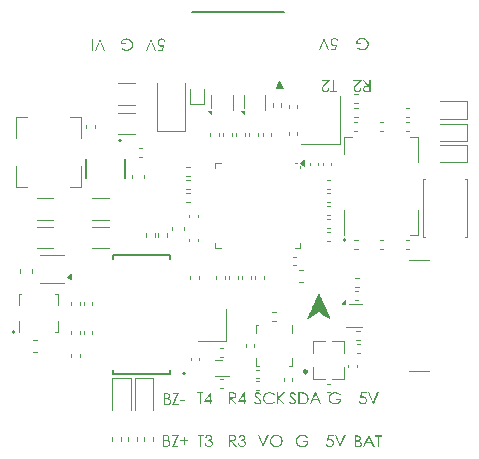
<source format=gbr>
%TF.GenerationSoftware,KiCad,Pcbnew,8.0.6*%
%TF.CreationDate,2025-09-02T14:19:07+02:00*%
%TF.ProjectId,atmos-fc,61746d6f-732d-4666-932e-6b696361645f,rev?*%
%TF.SameCoordinates,Original*%
%TF.FileFunction,Legend,Top*%
%TF.FilePolarity,Positive*%
%FSLAX46Y46*%
G04 Gerber Fmt 4.6, Leading zero omitted, Abs format (unit mm)*
G04 Created by KiCad (PCBNEW 8.0.6) date 2025-09-02 14:19:07*
%MOMM*%
%LPD*%
G01*
G04 APERTURE LIST*
%ADD10C,0.150000*%
%ADD11C,0.112500*%
%ADD12C,0.120000*%
%ADD13C,0.160000*%
%ADD14C,0.152400*%
%ADD15C,0.000000*%
%ADD16C,0.200000*%
%ADD17C,0.100000*%
%ADD18C,0.250000*%
G04 APERTURE END LIST*
D10*
G36*
X147108304Y-89436050D02*
G01*
X147108304Y-89342260D01*
X147468318Y-89342260D01*
X147518387Y-89073593D01*
X147470749Y-89084905D01*
X147419772Y-89091503D01*
X147399441Y-89092156D01*
X147349392Y-89088884D01*
X147295300Y-89076798D01*
X147245835Y-89055806D01*
X147200999Y-89025908D01*
X147171807Y-88999099D01*
X147136880Y-88955981D01*
X147110532Y-88907837D01*
X147092762Y-88854668D01*
X147084358Y-88805094D01*
X147082170Y-88760963D01*
X147085055Y-88711915D01*
X147095198Y-88659183D01*
X147112644Y-88609039D01*
X147128332Y-88577048D01*
X147156749Y-88533133D01*
X147190345Y-88495363D01*
X147229118Y-88463736D01*
X147252896Y-88448820D01*
X147299066Y-88427332D01*
X147349100Y-88412876D01*
X147402999Y-88405453D01*
X147434612Y-88404368D01*
X147486621Y-88407909D01*
X147534937Y-88418533D01*
X147585633Y-88439347D01*
X147631504Y-88469412D01*
X147642219Y-88478374D01*
X147680122Y-88518109D01*
X147709569Y-88563309D01*
X147730558Y-88613974D01*
X147741987Y-88662789D01*
X147743091Y-88670104D01*
X147639288Y-88670104D01*
X147624755Y-88621246D01*
X147599720Y-88577292D01*
X147562600Y-88541700D01*
X147525715Y-88519895D01*
X147478210Y-88503592D01*
X147428506Y-88498157D01*
X147374694Y-88504204D01*
X147325363Y-88522346D01*
X147280515Y-88552582D01*
X147257536Y-88574605D01*
X147226227Y-88615211D01*
X147203864Y-88660579D01*
X147190446Y-88710710D01*
X147185973Y-88765603D01*
X147190018Y-88814940D01*
X147204240Y-88864605D01*
X147228701Y-88908088D01*
X147250697Y-88933642D01*
X147290387Y-88964930D01*
X147336916Y-88985978D01*
X147390284Y-88996786D01*
X147422889Y-88998367D01*
X147476147Y-88994657D01*
X147528484Y-88985132D01*
X147578135Y-88971988D01*
X147631387Y-88954357D01*
X147639288Y-88951472D01*
X147545743Y-89436050D01*
X147108304Y-89436050D01*
G37*
G36*
X146978367Y-89436050D02*
G01*
X146868457Y-89436050D01*
X146533845Y-88649588D01*
X146193126Y-89436050D01*
X146083217Y-89436050D01*
X146522854Y-88420000D01*
X146544836Y-88420000D01*
X146978367Y-89436050D01*
G37*
G36*
X135822714Y-122107739D02*
G01*
X135822714Y-122013949D01*
X136377145Y-122013949D01*
X136377145Y-122107739D01*
X136151709Y-122107739D01*
X136151709Y-123030000D01*
X136048639Y-123030000D01*
X136048639Y-122107739D01*
X135822714Y-122107739D01*
G37*
G36*
X136582065Y-122248422D02*
G01*
X136478995Y-122248422D01*
X136493749Y-122198407D01*
X136516651Y-122147772D01*
X136545994Y-122104099D01*
X136581780Y-122067386D01*
X136586706Y-122063286D01*
X136628425Y-122034863D01*
X136673717Y-122014560D01*
X136722581Y-122002378D01*
X136775017Y-121998318D01*
X136828123Y-122002531D01*
X136878632Y-122015172D01*
X136922295Y-122033977D01*
X136965647Y-122061269D01*
X137001668Y-122094448D01*
X137028053Y-122129720D01*
X137050973Y-122175573D01*
X137063315Y-122223006D01*
X137065666Y-122255505D01*
X137059460Y-122309164D01*
X137040842Y-122357727D01*
X137009812Y-122401194D01*
X136973336Y-122434396D01*
X136935973Y-122459204D01*
X136982924Y-122482418D01*
X137023699Y-122512098D01*
X137055408Y-122544689D01*
X137084259Y-122585569D01*
X137106863Y-122634406D01*
X137119035Y-122686256D01*
X137121353Y-122722498D01*
X137116917Y-122774833D01*
X137103608Y-122825595D01*
X137081425Y-122874782D01*
X137075924Y-122884431D01*
X137047880Y-122924964D01*
X137010557Y-122963566D01*
X136966746Y-122995394D01*
X136952337Y-123003621D01*
X136906886Y-123023929D01*
X136858459Y-123037590D01*
X136807057Y-123044605D01*
X136777215Y-123045631D01*
X136722223Y-123042020D01*
X136671367Y-123031185D01*
X136624649Y-123013128D01*
X136582069Y-122987849D01*
X136559595Y-122970160D01*
X136524334Y-122933764D01*
X136494847Y-122890612D01*
X136471133Y-122840705D01*
X136455402Y-122792551D01*
X136445533Y-122748632D01*
X136544452Y-122748632D01*
X136558923Y-122795587D01*
X136580962Y-122844493D01*
X136610274Y-122885727D01*
X136619190Y-122894689D01*
X136661632Y-122924828D01*
X136710800Y-122943805D01*
X136760802Y-122951339D01*
X136778681Y-122951842D01*
X136830918Y-122947751D01*
X136883189Y-122933368D01*
X136928583Y-122908630D01*
X136955024Y-122886385D01*
X136987256Y-122847788D01*
X137010698Y-122800733D01*
X137021116Y-122749289D01*
X137021702Y-122733000D01*
X137015298Y-122683158D01*
X136996083Y-122636215D01*
X136988241Y-122623335D01*
X136954828Y-122583317D01*
X136912720Y-122553024D01*
X136899092Y-122546154D01*
X136848488Y-122529519D01*
X136799175Y-122520694D01*
X136747167Y-122515477D01*
X136725680Y-122514159D01*
X136725680Y-122420369D01*
X136775952Y-122416969D01*
X136826460Y-122405611D01*
X136851953Y-122396189D01*
X136895931Y-122372507D01*
X136933118Y-122336963D01*
X136934752Y-122334640D01*
X136955686Y-122290238D01*
X136960642Y-122252819D01*
X136951975Y-122202577D01*
X136925975Y-122158221D01*
X136908129Y-122139734D01*
X136864795Y-122110711D01*
X136818133Y-122095874D01*
X136775017Y-122092107D01*
X136724974Y-122097992D01*
X136677664Y-122117493D01*
X136662421Y-122127766D01*
X136626300Y-122164764D01*
X136599452Y-122208916D01*
X136582065Y-122248422D01*
G37*
G36*
X150312770Y-92454577D02*
G01*
X150370655Y-92454577D01*
X150370655Y-91970000D01*
X150471528Y-91970000D01*
X150471528Y-92986050D01*
X150270272Y-92986050D01*
X150220337Y-92985722D01*
X150167420Y-92984462D01*
X150115343Y-92981799D01*
X150063670Y-92976486D01*
X150042393Y-92972616D01*
X149994383Y-92957543D01*
X149947338Y-92932183D01*
X149906923Y-92897760D01*
X149896092Y-92885666D01*
X149866339Y-92841139D01*
X149847606Y-92790602D01*
X149840167Y-92739979D01*
X149839685Y-92722512D01*
X149944696Y-92722512D01*
X149951596Y-92770994D01*
X149972295Y-92814836D01*
X150006254Y-92852456D01*
X150044347Y-92874431D01*
X150094723Y-92886619D01*
X150144502Y-92891146D01*
X150192602Y-92892260D01*
X150370655Y-92892260D01*
X150370655Y-92548367D01*
X150196755Y-92547145D01*
X150144168Y-92548672D01*
X150095481Y-92553948D01*
X150047522Y-92566441D01*
X150004291Y-92591475D01*
X149971807Y-92627990D01*
X149951474Y-92672747D01*
X149944696Y-92722512D01*
X149839685Y-92722512D01*
X149839672Y-92722023D01*
X149843464Y-92673251D01*
X149856396Y-92624009D01*
X149878506Y-92579385D01*
X149909130Y-92540759D01*
X149947604Y-92509175D01*
X149989392Y-92486573D01*
X150039791Y-92470015D01*
X150087838Y-92461062D01*
X150142755Y-92455925D01*
X150188450Y-92454577D01*
X149825017Y-91970000D01*
X149950069Y-91970000D01*
X150312770Y-92454577D01*
G37*
G36*
X149588101Y-92673419D02*
G01*
X149685066Y-92673419D01*
X149680289Y-92725471D01*
X149669072Y-92773917D01*
X149647846Y-92825879D01*
X149617854Y-92872933D01*
X149585170Y-92909357D01*
X149547604Y-92940733D01*
X149499804Y-92969134D01*
X149447727Y-92988698D01*
X149399684Y-92998436D01*
X149348499Y-93001681D01*
X149298073Y-92998513D01*
X149243973Y-92986807D01*
X149194970Y-92966476D01*
X149151062Y-92937520D01*
X149122819Y-92911556D01*
X149089224Y-92870678D01*
X149063881Y-92826692D01*
X149046789Y-92779597D01*
X149037948Y-92729392D01*
X149036601Y-92699309D01*
X149040632Y-92646753D01*
X149052725Y-92596250D01*
X149072880Y-92547797D01*
X149077878Y-92538353D01*
X149107122Y-92491826D01*
X149138389Y-92449815D01*
X149171124Y-92409749D01*
X149209338Y-92365940D01*
X149237857Y-92334654D01*
X149489183Y-92063789D01*
X149022923Y-92063789D01*
X149022923Y-91970000D01*
X149709002Y-91970000D01*
X149323098Y-92383991D01*
X149288389Y-92421783D01*
X149252027Y-92462930D01*
X149216898Y-92505140D01*
X149186368Y-92545738D01*
X149170202Y-92570837D01*
X149148621Y-92617525D01*
X149137000Y-92666000D01*
X149134787Y-92699309D01*
X149140988Y-92750270D01*
X149159593Y-92796605D01*
X149190600Y-92838312D01*
X149198290Y-92846099D01*
X149240770Y-92878685D01*
X149288831Y-92899202D01*
X149342474Y-92907651D01*
X149353872Y-92907892D01*
X149405826Y-92903023D01*
X149452602Y-92888417D01*
X149498502Y-92860768D01*
X149515073Y-92846343D01*
X149546721Y-92807780D01*
X149569675Y-92761335D01*
X149582781Y-92713433D01*
X149588101Y-92673419D01*
G37*
G36*
X140618562Y-119231430D02*
G01*
X140704535Y-119179895D01*
X140733538Y-119229430D01*
X140763912Y-119270570D01*
X140802172Y-119308855D01*
X140849303Y-119338241D01*
X140899124Y-119351170D01*
X140913852Y-119351842D01*
X140963128Y-119345919D01*
X141009351Y-119328150D01*
X141050774Y-119298238D01*
X141077250Y-119264403D01*
X141096209Y-119217872D01*
X141100697Y-119179651D01*
X141092088Y-119129153D01*
X141068378Y-119082810D01*
X141066259Y-119079755D01*
X141033424Y-119039673D01*
X140993856Y-119000411D01*
X140951221Y-118963251D01*
X140908722Y-118929317D01*
X140893335Y-118917578D01*
X140849331Y-118883629D01*
X140806459Y-118848732D01*
X140768624Y-118815061D01*
X140736043Y-118779581D01*
X140707836Y-118734978D01*
X140690075Y-118688181D01*
X140682763Y-118639189D01*
X140682554Y-118629127D01*
X140687754Y-118578830D01*
X140703353Y-118532322D01*
X140714061Y-118512135D01*
X140744051Y-118472821D01*
X140782426Y-118441004D01*
X140802965Y-118428848D01*
X140851253Y-118409081D01*
X140902846Y-118399391D01*
X140927773Y-118398318D01*
X140979957Y-118403023D01*
X141029531Y-118417140D01*
X141061130Y-118431779D01*
X141104786Y-118461422D01*
X141141749Y-118495549D01*
X141175546Y-118533346D01*
X141192777Y-118554877D01*
X141110467Y-118617159D01*
X141079770Y-118578292D01*
X141045819Y-118542016D01*
X141013258Y-118516531D01*
X140965680Y-118496782D01*
X140925575Y-118492107D01*
X140876401Y-118499213D01*
X140833157Y-118522597D01*
X140825680Y-118529232D01*
X140796554Y-118570631D01*
X140786845Y-118620579D01*
X140794539Y-118668939D01*
X140800523Y-118684570D01*
X140828472Y-118727597D01*
X140850837Y-118751981D01*
X140889348Y-118783809D01*
X140931620Y-118816095D01*
X140974436Y-118848045D01*
X140981263Y-118853098D01*
X141020304Y-118882657D01*
X141061818Y-118916775D01*
X141102893Y-118954712D01*
X141136043Y-118990640D01*
X141161270Y-119024556D01*
X141187030Y-119071492D01*
X141203249Y-119118571D01*
X141210070Y-119170523D01*
X141210118Y-119175254D01*
X141204897Y-119228056D01*
X141189235Y-119277287D01*
X141163132Y-119322945D01*
X141126587Y-119365031D01*
X141088324Y-119396437D01*
X141040388Y-119422884D01*
X140987963Y-119439255D01*
X140938410Y-119445316D01*
X140923621Y-119445631D01*
X140873179Y-119441748D01*
X140825441Y-119430098D01*
X140780409Y-119410681D01*
X140756559Y-119396538D01*
X140715427Y-119363531D01*
X140680390Y-119325368D01*
X140650909Y-119285163D01*
X140622527Y-119238601D01*
X140618562Y-119231430D01*
G37*
G36*
X142360746Y-118602993D02*
G01*
X142280879Y-118664054D01*
X142246242Y-118624349D01*
X142208278Y-118589743D01*
X142166985Y-118560235D01*
X142122365Y-118535826D01*
X142075074Y-118516699D01*
X142025523Y-118503037D01*
X141973713Y-118494839D01*
X141919644Y-118492107D01*
X141867603Y-118494865D01*
X141817269Y-118503140D01*
X141768641Y-118516931D01*
X141721719Y-118536239D01*
X141695673Y-118549748D01*
X141652800Y-118576860D01*
X141614369Y-118607758D01*
X141575885Y-118647707D01*
X141543202Y-118692602D01*
X141535938Y-118704598D01*
X141513859Y-118748189D01*
X141497203Y-118794117D01*
X141485969Y-118842383D01*
X141480159Y-118892986D01*
X141479274Y-118922951D01*
X141482369Y-118978793D01*
X141491653Y-119031678D01*
X141507127Y-119081604D01*
X141528790Y-119128573D01*
X141556643Y-119172585D01*
X141590686Y-119213639D01*
X141606036Y-119229232D01*
X141647265Y-119264554D01*
X141691726Y-119293889D01*
X141739419Y-119317238D01*
X141790344Y-119334600D01*
X141844501Y-119345975D01*
X141901889Y-119351363D01*
X141925750Y-119351842D01*
X141977728Y-119349155D01*
X142027538Y-119341095D01*
X142075181Y-119327662D01*
X142120655Y-119308855D01*
X142163963Y-119284675D01*
X142205102Y-119255122D01*
X142244074Y-119220195D01*
X142280879Y-119179895D01*
X142360746Y-119240467D01*
X142325928Y-119281201D01*
X142287510Y-119317704D01*
X142245492Y-119349976D01*
X142199874Y-119378018D01*
X142172191Y-119392142D01*
X142121454Y-119412984D01*
X142068193Y-119428707D01*
X142012407Y-119439311D01*
X141962582Y-119444325D01*
X141919644Y-119445631D01*
X141855083Y-119442910D01*
X141794026Y-119434747D01*
X141736473Y-119421142D01*
X141682423Y-119402095D01*
X141631876Y-119377606D01*
X141584832Y-119347674D01*
X141541292Y-119312301D01*
X141501256Y-119271486D01*
X141464245Y-119223977D01*
X141433507Y-119173498D01*
X141409042Y-119120049D01*
X141390850Y-119063631D01*
X141378931Y-119004244D01*
X141373913Y-118954596D01*
X141372784Y-118916113D01*
X141375215Y-118862486D01*
X141382508Y-118811027D01*
X141394663Y-118761736D01*
X141411680Y-118714612D01*
X141433558Y-118669656D01*
X141460299Y-118626868D01*
X141491902Y-118586247D01*
X141528367Y-118547794D01*
X141568491Y-118512761D01*
X141611073Y-118482398D01*
X141656113Y-118456707D01*
X141703611Y-118435687D01*
X141753566Y-118419338D01*
X141805979Y-118407660D01*
X141860850Y-118400653D01*
X141918178Y-118398318D01*
X141970331Y-118400215D01*
X142020543Y-118405908D01*
X142068814Y-118415397D01*
X142122678Y-118431263D01*
X142173900Y-118452295D01*
X142221827Y-118477872D01*
X142265803Y-118507587D01*
X142305829Y-118541439D01*
X142341905Y-118579428D01*
X142360746Y-118602993D01*
G37*
G36*
X142557606Y-118413949D02*
G01*
X142660676Y-118413949D01*
X142660676Y-118795701D01*
X143063921Y-118413949D01*
X143200697Y-118413949D01*
X142715143Y-118867264D01*
X143238555Y-119430000D01*
X143104466Y-119430000D01*
X142660676Y-118940048D01*
X142660676Y-119430000D01*
X142557606Y-119430000D01*
X142557606Y-118413949D01*
G37*
D11*
G36*
X149374995Y-122065305D02*
G01*
X149425508Y-122070175D01*
X149474014Y-122079886D01*
X149509734Y-122092281D01*
X149554282Y-122117790D01*
X149591205Y-122151816D01*
X149611584Y-122179232D01*
X149634504Y-122225016D01*
X149646846Y-122274441D01*
X149649197Y-122309413D01*
X149643755Y-122361813D01*
X149627430Y-122410262D01*
X149616224Y-122431290D01*
X149584314Y-122472357D01*
X149545772Y-122504253D01*
X149519260Y-122520195D01*
X149565141Y-122538093D01*
X149610754Y-122562090D01*
X149640893Y-122584187D01*
X149676778Y-122621914D01*
X149704291Y-122666404D01*
X149707327Y-122672847D01*
X149723522Y-122719883D01*
X149730648Y-122770380D01*
X149731018Y-122785443D01*
X149726764Y-122837689D01*
X149714001Y-122886288D01*
X149692730Y-122931241D01*
X149662951Y-122972548D01*
X149642114Y-122994515D01*
X149600296Y-123027824D01*
X149552635Y-123052952D01*
X149499130Y-123069898D01*
X149448618Y-123077912D01*
X149403244Y-123080000D01*
X149125785Y-123080000D01*
X149125785Y-122986210D01*
X149224703Y-122986210D01*
X149349755Y-122986210D01*
X149401275Y-122984791D01*
X149450440Y-122979800D01*
X149501508Y-122967555D01*
X149511688Y-122963496D01*
X149555548Y-122936619D01*
X149590500Y-122898580D01*
X149594487Y-122892665D01*
X149616926Y-122845610D01*
X149625628Y-122795121D01*
X149625750Y-122788129D01*
X149619567Y-122737731D01*
X149601020Y-122692417D01*
X149581786Y-122665031D01*
X149544176Y-122630135D01*
X149497293Y-122604581D01*
X149460886Y-122592735D01*
X149411518Y-122584847D01*
X149360428Y-122581320D01*
X149304893Y-122579904D01*
X149281612Y-122579790D01*
X149224703Y-122579790D01*
X149224703Y-122986210D01*
X149125785Y-122986210D01*
X149125785Y-122486001D01*
X149224703Y-122486001D01*
X149282344Y-122486001D01*
X149331376Y-122484764D01*
X149382877Y-122479741D01*
X149433568Y-122467434D01*
X149436706Y-122466217D01*
X149481097Y-122440511D01*
X149515108Y-122403447D01*
X149536906Y-122358140D01*
X149544173Y-122308192D01*
X149537338Y-122259695D01*
X149512086Y-122213880D01*
X149495568Y-122197794D01*
X149451227Y-122173385D01*
X149401944Y-122161650D01*
X149348005Y-122157778D01*
X149341451Y-122157739D01*
X149224703Y-122157739D01*
X149224703Y-122486001D01*
X149125785Y-122486001D01*
X149125785Y-122063949D01*
X149325087Y-122063949D01*
X149374995Y-122065305D01*
G37*
G36*
X150810083Y-123080000D02*
G01*
X150701639Y-123080000D01*
X150542882Y-122736106D01*
X150107397Y-122736106D01*
X149949371Y-123080000D01*
X149836775Y-123080000D01*
X150042465Y-122642316D01*
X150152826Y-122642316D01*
X150498185Y-122642316D01*
X150326482Y-122274242D01*
X150152826Y-122642316D01*
X150042465Y-122642316D01*
X150314270Y-122063949D01*
X150338939Y-122063949D01*
X150810083Y-123080000D01*
G37*
G36*
X150861374Y-122157739D02*
G01*
X150861374Y-122063949D01*
X151415806Y-122063949D01*
X151415806Y-122157739D01*
X151190369Y-122157739D01*
X151190369Y-123080000D01*
X151087299Y-123080000D01*
X151087299Y-122157739D01*
X150861374Y-122157739D01*
G37*
D10*
G36*
X132458304Y-89486050D02*
G01*
X132458304Y-89392260D01*
X132818318Y-89392260D01*
X132868387Y-89123593D01*
X132820749Y-89134905D01*
X132769772Y-89141503D01*
X132749441Y-89142156D01*
X132699392Y-89138884D01*
X132645300Y-89126798D01*
X132595835Y-89105806D01*
X132550999Y-89075908D01*
X132521807Y-89049099D01*
X132486880Y-89005981D01*
X132460532Y-88957837D01*
X132442762Y-88904668D01*
X132434358Y-88855094D01*
X132432170Y-88810963D01*
X132435055Y-88761915D01*
X132445198Y-88709183D01*
X132462644Y-88659039D01*
X132478332Y-88627048D01*
X132506749Y-88583133D01*
X132540345Y-88545363D01*
X132579118Y-88513736D01*
X132602896Y-88498820D01*
X132649066Y-88477332D01*
X132699100Y-88462876D01*
X132752999Y-88455453D01*
X132784612Y-88454368D01*
X132836621Y-88457909D01*
X132884937Y-88468533D01*
X132935633Y-88489347D01*
X132981504Y-88519412D01*
X132992219Y-88528374D01*
X133030122Y-88568109D01*
X133059569Y-88613309D01*
X133080558Y-88663974D01*
X133091987Y-88712789D01*
X133093091Y-88720104D01*
X132989288Y-88720104D01*
X132974755Y-88671246D01*
X132949720Y-88627292D01*
X132912600Y-88591700D01*
X132875715Y-88569895D01*
X132828210Y-88553592D01*
X132778506Y-88548157D01*
X132724694Y-88554204D01*
X132675363Y-88572346D01*
X132630515Y-88602582D01*
X132607536Y-88624605D01*
X132576227Y-88665211D01*
X132553864Y-88710579D01*
X132540446Y-88760710D01*
X132535973Y-88815603D01*
X132540018Y-88864940D01*
X132554240Y-88914605D01*
X132578701Y-88958088D01*
X132600697Y-88983642D01*
X132640387Y-89014930D01*
X132686916Y-89035978D01*
X132740284Y-89046786D01*
X132772889Y-89048367D01*
X132826147Y-89044657D01*
X132878484Y-89035132D01*
X132928135Y-89021988D01*
X132981387Y-89004357D01*
X132989288Y-89001472D01*
X132895743Y-89486050D01*
X132458304Y-89486050D01*
G37*
G36*
X132328367Y-89486050D02*
G01*
X132218457Y-89486050D01*
X131883845Y-88699588D01*
X131543126Y-89486050D01*
X131433217Y-89486050D01*
X131872854Y-88470000D01*
X131894836Y-88470000D01*
X132328367Y-89486050D01*
G37*
G36*
X129352372Y-89310195D02*
G01*
X129430530Y-89235945D01*
X129468273Y-89270966D01*
X129507560Y-89302082D01*
X129548389Y-89329296D01*
X129596940Y-89355617D01*
X129615666Y-89364173D01*
X129665659Y-89383300D01*
X129715012Y-89396962D01*
X129763723Y-89405160D01*
X129811793Y-89407892D01*
X129863283Y-89405110D01*
X129913674Y-89396766D01*
X129962966Y-89382858D01*
X130011160Y-89363386D01*
X130038206Y-89349762D01*
X130082909Y-89322450D01*
X130122983Y-89291165D01*
X130158429Y-89255906D01*
X130189247Y-89216673D01*
X130204780Y-89192470D01*
X130227811Y-89148442D01*
X130247205Y-89096807D01*
X130259211Y-89043768D01*
X130263829Y-88989325D01*
X130263886Y-88982421D01*
X130260965Y-88933377D01*
X130250470Y-88878644D01*
X130235026Y-88831904D01*
X130213738Y-88786240D01*
X130202826Y-88766999D01*
X130173784Y-88724425D01*
X130140301Y-88686035D01*
X130102378Y-88651829D01*
X130060012Y-88621808D01*
X130033810Y-88606531D01*
X129985597Y-88583786D01*
X129935422Y-88566627D01*
X129883283Y-88555055D01*
X129829180Y-88549069D01*
X129797383Y-88548157D01*
X129740639Y-88551214D01*
X129687279Y-88560385D01*
X129637301Y-88575669D01*
X129590707Y-88597067D01*
X129547496Y-88624579D01*
X129533845Y-88635108D01*
X129496453Y-88669534D01*
X129465243Y-88707602D01*
X129436645Y-88756616D01*
X129418831Y-88802571D01*
X129407199Y-88852168D01*
X129405861Y-88860788D01*
X129728018Y-88860788D01*
X129728018Y-88954577D01*
X129292533Y-88954577D01*
X129295029Y-88898596D01*
X129301783Y-88845569D01*
X129312797Y-88795495D01*
X129328070Y-88748375D01*
X129353150Y-88693629D01*
X129384885Y-88643499D01*
X129423275Y-88597983D01*
X129431751Y-88589434D01*
X129477000Y-88550524D01*
X129526805Y-88518208D01*
X129581166Y-88492487D01*
X129627935Y-88476659D01*
X129677619Y-88465052D01*
X129730219Y-88457665D01*
X129785735Y-88454500D01*
X129800069Y-88454368D01*
X129851614Y-88456025D01*
X129901103Y-88460997D01*
X129963888Y-88472782D01*
X130023018Y-88490459D01*
X130078492Y-88514028D01*
X130130309Y-88543490D01*
X130178471Y-88578844D01*
X130222977Y-88620091D01*
X130243859Y-88642923D01*
X130280095Y-88689300D01*
X130310191Y-88737906D01*
X130334144Y-88788743D01*
X130351955Y-88841810D01*
X130363625Y-88897107D01*
X130369152Y-88954634D01*
X130369644Y-88978269D01*
X130367111Y-89030705D01*
X130359511Y-89081767D01*
X130346846Y-89131455D01*
X130329115Y-89179769D01*
X130306317Y-89226710D01*
X130297592Y-89242051D01*
X130268609Y-89285966D01*
X130235882Y-89326120D01*
X130199412Y-89362513D01*
X130159198Y-89395146D01*
X130115240Y-89424017D01*
X130099755Y-89432805D01*
X130051427Y-89456212D01*
X130000780Y-89474776D01*
X129947814Y-89488498D01*
X129892530Y-89497377D01*
X129834928Y-89501412D01*
X129815212Y-89501681D01*
X129759826Y-89499496D01*
X129705865Y-89492939D01*
X129653330Y-89482011D01*
X129602221Y-89466713D01*
X129573656Y-89456008D01*
X129524332Y-89433503D01*
X129475522Y-89405739D01*
X129434094Y-89377755D01*
X129393044Y-89345907D01*
X129352372Y-89310195D01*
G37*
G36*
X143568562Y-119231430D02*
G01*
X143654535Y-119179895D01*
X143683538Y-119229430D01*
X143713912Y-119270570D01*
X143752172Y-119308855D01*
X143799303Y-119338241D01*
X143849124Y-119351170D01*
X143863852Y-119351842D01*
X143913128Y-119345919D01*
X143959351Y-119328150D01*
X144000774Y-119298238D01*
X144027250Y-119264403D01*
X144046209Y-119217872D01*
X144050697Y-119179651D01*
X144042088Y-119129153D01*
X144018378Y-119082810D01*
X144016259Y-119079755D01*
X143983424Y-119039673D01*
X143943856Y-119000411D01*
X143901221Y-118963251D01*
X143858722Y-118929317D01*
X143843335Y-118917578D01*
X143799331Y-118883629D01*
X143756459Y-118848732D01*
X143718624Y-118815061D01*
X143686043Y-118779581D01*
X143657836Y-118734978D01*
X143640075Y-118688181D01*
X143632763Y-118639189D01*
X143632554Y-118629127D01*
X143637754Y-118578830D01*
X143653353Y-118532322D01*
X143664061Y-118512135D01*
X143694051Y-118472821D01*
X143732426Y-118441004D01*
X143752965Y-118428848D01*
X143801253Y-118409081D01*
X143852846Y-118399391D01*
X143877773Y-118398318D01*
X143929957Y-118403023D01*
X143979531Y-118417140D01*
X144011130Y-118431779D01*
X144054786Y-118461422D01*
X144091749Y-118495549D01*
X144125546Y-118533346D01*
X144142777Y-118554877D01*
X144060467Y-118617159D01*
X144029770Y-118578292D01*
X143995819Y-118542016D01*
X143963258Y-118516531D01*
X143915680Y-118496782D01*
X143875575Y-118492107D01*
X143826401Y-118499213D01*
X143783157Y-118522597D01*
X143775680Y-118529232D01*
X143746554Y-118570631D01*
X143736845Y-118620579D01*
X143744539Y-118668939D01*
X143750523Y-118684570D01*
X143778472Y-118727597D01*
X143800837Y-118751981D01*
X143839348Y-118783809D01*
X143881620Y-118816095D01*
X143924436Y-118848045D01*
X143931263Y-118853098D01*
X143970304Y-118882657D01*
X144011818Y-118916775D01*
X144052893Y-118954712D01*
X144086043Y-118990640D01*
X144111270Y-119024556D01*
X144137030Y-119071492D01*
X144153249Y-119118571D01*
X144160070Y-119170523D01*
X144160118Y-119175254D01*
X144154897Y-119228056D01*
X144139235Y-119277287D01*
X144113132Y-119322945D01*
X144076587Y-119365031D01*
X144038324Y-119396437D01*
X143990388Y-119422884D01*
X143937963Y-119439255D01*
X143888410Y-119445316D01*
X143873621Y-119445631D01*
X143823179Y-119441748D01*
X143775441Y-119430098D01*
X143730409Y-119410681D01*
X143706559Y-119396538D01*
X143665427Y-119363531D01*
X143630390Y-119325368D01*
X143600909Y-119285163D01*
X143572527Y-119238601D01*
X143568562Y-119231430D01*
G37*
G36*
X144633716Y-118414522D02*
G01*
X144684553Y-118416239D01*
X144742636Y-118419996D01*
X144794649Y-118425541D01*
X144849051Y-118434557D01*
X144901472Y-118448332D01*
X144907990Y-118450586D01*
X144960869Y-118472673D01*
X145009232Y-118500102D01*
X145053079Y-118532872D01*
X145092408Y-118570982D01*
X145127222Y-118614434D01*
X145137822Y-118630104D01*
X145165961Y-118679732D01*
X145188277Y-118732812D01*
X145202428Y-118779682D01*
X145212535Y-118828949D01*
X145218599Y-118880614D01*
X145220621Y-118934675D01*
X145218311Y-118990640D01*
X145211381Y-119044046D01*
X145199832Y-119094894D01*
X145183664Y-119143182D01*
X145162875Y-119188912D01*
X145154919Y-119203586D01*
X145124400Y-119251433D01*
X145090118Y-119293459D01*
X145052072Y-119329665D01*
X145010263Y-119360051D01*
X144984682Y-119374801D01*
X144934809Y-119396309D01*
X144885641Y-119410540D01*
X144830549Y-119420890D01*
X144780113Y-119426550D01*
X144725563Y-119429514D01*
X144690858Y-119430000D01*
X144369434Y-119430000D01*
X144369434Y-119336210D01*
X144466399Y-119336210D01*
X144583147Y-119336210D01*
X144633529Y-119335798D01*
X144690862Y-119334124D01*
X144741922Y-119331161D01*
X144794913Y-119325906D01*
X144845319Y-119317431D01*
X144873796Y-119309832D01*
X144921360Y-119290489D01*
X144964250Y-119265373D01*
X145002464Y-119234483D01*
X145036004Y-119197820D01*
X145053070Y-119174277D01*
X145078480Y-119129348D01*
X145097649Y-119080257D01*
X145110577Y-119027006D01*
X145116691Y-118978051D01*
X145118283Y-118934919D01*
X145115793Y-118880760D01*
X145108322Y-118829658D01*
X145095872Y-118781613D01*
X145075051Y-118729424D01*
X145047452Y-118681395D01*
X145013895Y-118638507D01*
X144974984Y-118601954D01*
X144930720Y-118571736D01*
X144881104Y-118547852D01*
X144850348Y-118537048D01*
X144795272Y-118524225D01*
X144743866Y-118517012D01*
X144694417Y-118512576D01*
X144638956Y-118509570D01*
X144577485Y-118507996D01*
X144537718Y-118507739D01*
X144466399Y-118507739D01*
X144466399Y-119336210D01*
X144369434Y-119336210D01*
X144369434Y-118413949D01*
X144578995Y-118413949D01*
X144633716Y-118414522D01*
G37*
G36*
X146295045Y-119430000D02*
G01*
X146186601Y-119430000D01*
X146027843Y-119086106D01*
X145592358Y-119086106D01*
X145434333Y-119430000D01*
X145321737Y-119430000D01*
X145527427Y-118992316D01*
X145637787Y-118992316D01*
X145983147Y-118992316D01*
X145811444Y-118624242D01*
X145637787Y-118992316D01*
X145527427Y-118992316D01*
X145799232Y-118413949D01*
X145823900Y-118413949D01*
X146295045Y-119430000D01*
G37*
G36*
X149302372Y-89260195D02*
G01*
X149380530Y-89185945D01*
X149418273Y-89220966D01*
X149457560Y-89252082D01*
X149498389Y-89279296D01*
X149546940Y-89305617D01*
X149565666Y-89314173D01*
X149615659Y-89333300D01*
X149665012Y-89346962D01*
X149713723Y-89355160D01*
X149761793Y-89357892D01*
X149813283Y-89355110D01*
X149863674Y-89346766D01*
X149912966Y-89332858D01*
X149961160Y-89313386D01*
X149988206Y-89299762D01*
X150032909Y-89272450D01*
X150072983Y-89241165D01*
X150108429Y-89205906D01*
X150139247Y-89166673D01*
X150154780Y-89142470D01*
X150177811Y-89098442D01*
X150197205Y-89046807D01*
X150209211Y-88993768D01*
X150213829Y-88939325D01*
X150213886Y-88932421D01*
X150210965Y-88883377D01*
X150200470Y-88828644D01*
X150185026Y-88781904D01*
X150163738Y-88736240D01*
X150152826Y-88716999D01*
X150123784Y-88674425D01*
X150090301Y-88636035D01*
X150052378Y-88601829D01*
X150010012Y-88571808D01*
X149983810Y-88556531D01*
X149935597Y-88533786D01*
X149885422Y-88516627D01*
X149833283Y-88505055D01*
X149779180Y-88499069D01*
X149747383Y-88498157D01*
X149690639Y-88501214D01*
X149637279Y-88510385D01*
X149587301Y-88525669D01*
X149540707Y-88547067D01*
X149497496Y-88574579D01*
X149483845Y-88585108D01*
X149446453Y-88619534D01*
X149415243Y-88657602D01*
X149386645Y-88706616D01*
X149368831Y-88752571D01*
X149357199Y-88802168D01*
X149355861Y-88810788D01*
X149678018Y-88810788D01*
X149678018Y-88904577D01*
X149242533Y-88904577D01*
X149245029Y-88848596D01*
X149251783Y-88795569D01*
X149262797Y-88745495D01*
X149278070Y-88698375D01*
X149303150Y-88643629D01*
X149334885Y-88593499D01*
X149373275Y-88547983D01*
X149381751Y-88539434D01*
X149427000Y-88500524D01*
X149476805Y-88468208D01*
X149531166Y-88442487D01*
X149577935Y-88426659D01*
X149627619Y-88415052D01*
X149680219Y-88407665D01*
X149735735Y-88404500D01*
X149750069Y-88404368D01*
X149801614Y-88406025D01*
X149851103Y-88410997D01*
X149913888Y-88422782D01*
X149973018Y-88440459D01*
X150028492Y-88464028D01*
X150080309Y-88493490D01*
X150128471Y-88528844D01*
X150172977Y-88570091D01*
X150193859Y-88592923D01*
X150230095Y-88639300D01*
X150260191Y-88687906D01*
X150284144Y-88738743D01*
X150301955Y-88791810D01*
X150313625Y-88847107D01*
X150319152Y-88904634D01*
X150319644Y-88928269D01*
X150317111Y-88980705D01*
X150309511Y-89031767D01*
X150296846Y-89081455D01*
X150279115Y-89129769D01*
X150256317Y-89176710D01*
X150247592Y-89192051D01*
X150218609Y-89235966D01*
X150185882Y-89276120D01*
X150149412Y-89312513D01*
X150109198Y-89345146D01*
X150065240Y-89374017D01*
X150049755Y-89382805D01*
X150001427Y-89406212D01*
X149950780Y-89424776D01*
X149897814Y-89438498D01*
X149842530Y-89447377D01*
X149784928Y-89451412D01*
X149765212Y-89451681D01*
X149709826Y-89449496D01*
X149655865Y-89442939D01*
X149603330Y-89432011D01*
X149552221Y-89416713D01*
X149523656Y-89406008D01*
X149474332Y-89383503D01*
X149425522Y-89355739D01*
X149384094Y-89327755D01*
X149343044Y-89295907D01*
X149302372Y-89260195D01*
G37*
G36*
X147341695Y-122013949D02*
G01*
X147341695Y-122107739D01*
X146981681Y-122107739D01*
X146931612Y-122376406D01*
X146979250Y-122365094D01*
X147030227Y-122358496D01*
X147050558Y-122357843D01*
X147100607Y-122361115D01*
X147154699Y-122373201D01*
X147204164Y-122394193D01*
X147249000Y-122424091D01*
X147278192Y-122450900D01*
X147313119Y-122494018D01*
X147339467Y-122542162D01*
X147357237Y-122595331D01*
X147365641Y-122644905D01*
X147367829Y-122689036D01*
X147364944Y-122738084D01*
X147354801Y-122790816D01*
X147337355Y-122840960D01*
X147321667Y-122872951D01*
X147293250Y-122916866D01*
X147259654Y-122954636D01*
X147220881Y-122986263D01*
X147197103Y-123001179D01*
X147150933Y-123022667D01*
X147100899Y-123037123D01*
X147047000Y-123044546D01*
X147015387Y-123045631D01*
X146963378Y-123042090D01*
X146915062Y-123031466D01*
X146864366Y-123010652D01*
X146818495Y-122980587D01*
X146807780Y-122971625D01*
X146769877Y-122931890D01*
X146740430Y-122886690D01*
X146719441Y-122836025D01*
X146708012Y-122787210D01*
X146706908Y-122779895D01*
X146810711Y-122779895D01*
X146825244Y-122828753D01*
X146850279Y-122872707D01*
X146887399Y-122908299D01*
X146924284Y-122930104D01*
X146971789Y-122946407D01*
X147021493Y-122951842D01*
X147075305Y-122945795D01*
X147124636Y-122927653D01*
X147169484Y-122897417D01*
X147192463Y-122875394D01*
X147223772Y-122834788D01*
X147246135Y-122789420D01*
X147259553Y-122739289D01*
X147264026Y-122684396D01*
X147259981Y-122635059D01*
X147245759Y-122585394D01*
X147221298Y-122541911D01*
X147199302Y-122516357D01*
X147159612Y-122485069D01*
X147113083Y-122464021D01*
X147059715Y-122453213D01*
X147027110Y-122451632D01*
X146973852Y-122455342D01*
X146921515Y-122464867D01*
X146871864Y-122478011D01*
X146818612Y-122495642D01*
X146810711Y-122498527D01*
X146904256Y-122013949D01*
X147341695Y-122013949D01*
G37*
G36*
X147471632Y-122013949D02*
G01*
X147581542Y-122013949D01*
X147916154Y-122800411D01*
X148256873Y-122013949D01*
X148366782Y-122013949D01*
X147927145Y-123030000D01*
X147905163Y-123030000D01*
X147471632Y-122013949D01*
G37*
G36*
X135772714Y-118507739D02*
G01*
X135772714Y-118413949D01*
X136327145Y-118413949D01*
X136327145Y-118507739D01*
X136101709Y-118507739D01*
X136101709Y-119430000D01*
X135998639Y-119430000D01*
X135998639Y-118507739D01*
X135772714Y-118507739D01*
G37*
G36*
X136965596Y-119101737D02*
G01*
X137087962Y-119101737D01*
X137087962Y-119195526D01*
X136965596Y-119195526D01*
X136965596Y-119430000D01*
X136864480Y-119430000D01*
X136864480Y-119195526D01*
X136381612Y-119195526D01*
X136447902Y-119101737D01*
X136567236Y-119101737D01*
X136864480Y-119101737D01*
X136864480Y-118681395D01*
X136567236Y-119101737D01*
X136447902Y-119101737D01*
X136945080Y-118398318D01*
X136965596Y-118398318D01*
X136965596Y-119101737D01*
G37*
G36*
X138729662Y-118414277D02*
G01*
X138782579Y-118415537D01*
X138834656Y-118418200D01*
X138886329Y-118423513D01*
X138907606Y-118427383D01*
X138955616Y-118442456D01*
X139002661Y-118467816D01*
X139043076Y-118502239D01*
X139053907Y-118514333D01*
X139083660Y-118558860D01*
X139102393Y-118609397D01*
X139109832Y-118660020D01*
X139110327Y-118677976D01*
X139106535Y-118726748D01*
X139093603Y-118775990D01*
X139071493Y-118820614D01*
X139040869Y-118859240D01*
X139002395Y-118890824D01*
X138960607Y-118913426D01*
X138910208Y-118929984D01*
X138862161Y-118938937D01*
X138807244Y-118944074D01*
X138761549Y-118945422D01*
X139124982Y-119430000D01*
X138999930Y-119430000D01*
X138637229Y-118945422D01*
X138579344Y-118945422D01*
X138579344Y-119430000D01*
X138478471Y-119430000D01*
X138478471Y-118851632D01*
X138579344Y-118851632D01*
X138753244Y-118852854D01*
X138805831Y-118851327D01*
X138854518Y-118846051D01*
X138902477Y-118833558D01*
X138945708Y-118808524D01*
X138978192Y-118772009D01*
X138998525Y-118727252D01*
X139005303Y-118677487D01*
X138998403Y-118629005D01*
X138977704Y-118585163D01*
X138943745Y-118547543D01*
X138905652Y-118525568D01*
X138855276Y-118513380D01*
X138805497Y-118508853D01*
X138757397Y-118507739D01*
X138579344Y-118507739D01*
X138579344Y-118851632D01*
X138478471Y-118851632D01*
X138478471Y-118413949D01*
X138679727Y-118413949D01*
X138729662Y-118414277D01*
G37*
G36*
X139818632Y-119101737D02*
G01*
X139940997Y-119101737D01*
X139940997Y-119195526D01*
X139818632Y-119195526D01*
X139818632Y-119430000D01*
X139717515Y-119430000D01*
X139717515Y-119195526D01*
X139234647Y-119195526D01*
X139300937Y-119101737D01*
X139420272Y-119101737D01*
X139717515Y-119101737D01*
X139717515Y-118681395D01*
X139420272Y-119101737D01*
X139300937Y-119101737D01*
X139798115Y-118398318D01*
X139818632Y-118398318D01*
X139818632Y-119101737D01*
G37*
G36*
X138729662Y-122014277D02*
G01*
X138782579Y-122015537D01*
X138834656Y-122018200D01*
X138886329Y-122023513D01*
X138907606Y-122027383D01*
X138955616Y-122042456D01*
X139002661Y-122067816D01*
X139043076Y-122102239D01*
X139053907Y-122114333D01*
X139083660Y-122158860D01*
X139102393Y-122209397D01*
X139109832Y-122260020D01*
X139110327Y-122277976D01*
X139106535Y-122326748D01*
X139093603Y-122375990D01*
X139071493Y-122420614D01*
X139040869Y-122459240D01*
X139002395Y-122490824D01*
X138960607Y-122513426D01*
X138910208Y-122529984D01*
X138862161Y-122538937D01*
X138807244Y-122544074D01*
X138761549Y-122545422D01*
X139124982Y-123030000D01*
X138999930Y-123030000D01*
X138637229Y-122545422D01*
X138579344Y-122545422D01*
X138579344Y-123030000D01*
X138478471Y-123030000D01*
X138478471Y-122451632D01*
X138579344Y-122451632D01*
X138753244Y-122452854D01*
X138805831Y-122451327D01*
X138854518Y-122446051D01*
X138902477Y-122433558D01*
X138945708Y-122408524D01*
X138978192Y-122372009D01*
X138998525Y-122327252D01*
X139005303Y-122277487D01*
X138998403Y-122229005D01*
X138977704Y-122185163D01*
X138943745Y-122147543D01*
X138905652Y-122125568D01*
X138855276Y-122113380D01*
X138805497Y-122108853D01*
X138757397Y-122107739D01*
X138579344Y-122107739D01*
X138579344Y-122451632D01*
X138478471Y-122451632D01*
X138478471Y-122013949D01*
X138679727Y-122013949D01*
X138729662Y-122014277D01*
G37*
G36*
X139385101Y-122248422D02*
G01*
X139282030Y-122248422D01*
X139296785Y-122198407D01*
X139319686Y-122147772D01*
X139349030Y-122104099D01*
X139384815Y-122067386D01*
X139389741Y-122063286D01*
X139431461Y-122034863D01*
X139476753Y-122014560D01*
X139525617Y-122002378D01*
X139578053Y-121998318D01*
X139631159Y-122002531D01*
X139681668Y-122015172D01*
X139725331Y-122033977D01*
X139768682Y-122061269D01*
X139804703Y-122094448D01*
X139831088Y-122129720D01*
X139854009Y-122175573D01*
X139866351Y-122223006D01*
X139868702Y-122255505D01*
X139862496Y-122309164D01*
X139843877Y-122357727D01*
X139812847Y-122401194D01*
X139776371Y-122434396D01*
X139739009Y-122459204D01*
X139785960Y-122482418D01*
X139826735Y-122512098D01*
X139858443Y-122544689D01*
X139887295Y-122585569D01*
X139909899Y-122634406D01*
X139922070Y-122686256D01*
X139924389Y-122722498D01*
X139919952Y-122774833D01*
X139906643Y-122825595D01*
X139884461Y-122874782D01*
X139878960Y-122884431D01*
X139850916Y-122924964D01*
X139813592Y-122963566D01*
X139769781Y-122995394D01*
X139755373Y-123003621D01*
X139709921Y-123023929D01*
X139661495Y-123037590D01*
X139610093Y-123044605D01*
X139580251Y-123045631D01*
X139525258Y-123042020D01*
X139474403Y-123031185D01*
X139427685Y-123013128D01*
X139385105Y-122987849D01*
X139362630Y-122970160D01*
X139327369Y-122933764D01*
X139297882Y-122890612D01*
X139274168Y-122840705D01*
X139258438Y-122792551D01*
X139248569Y-122748632D01*
X139347487Y-122748632D01*
X139361959Y-122795587D01*
X139383998Y-122844493D01*
X139413310Y-122885727D01*
X139422226Y-122894689D01*
X139464668Y-122924828D01*
X139513836Y-122943805D01*
X139563838Y-122951339D01*
X139581716Y-122951842D01*
X139633954Y-122947751D01*
X139686225Y-122933368D01*
X139731618Y-122908630D01*
X139758060Y-122886385D01*
X139790292Y-122847788D01*
X139813733Y-122800733D01*
X139824152Y-122749289D01*
X139824738Y-122733000D01*
X139818333Y-122683158D01*
X139799119Y-122636215D01*
X139791277Y-122623335D01*
X139757864Y-122583317D01*
X139715756Y-122553024D01*
X139702128Y-122546154D01*
X139651524Y-122529519D01*
X139602211Y-122520694D01*
X139550202Y-122515477D01*
X139528715Y-122514159D01*
X139528715Y-122420369D01*
X139578988Y-122416969D01*
X139629495Y-122405611D01*
X139654989Y-122396189D01*
X139698967Y-122372507D01*
X139736154Y-122336963D01*
X139737787Y-122334640D01*
X139758722Y-122290238D01*
X139763677Y-122252819D01*
X139755011Y-122202577D01*
X139729011Y-122158221D01*
X139711165Y-122139734D01*
X139667831Y-122110711D01*
X139621168Y-122095874D01*
X139578053Y-122092107D01*
X139528010Y-122097992D01*
X139480699Y-122117493D01*
X139465457Y-122127766D01*
X139429336Y-122164764D01*
X139402488Y-122208916D01*
X139385101Y-122248422D01*
G37*
G36*
X147627285Y-92892260D02*
G01*
X147627285Y-92986050D01*
X147072854Y-92986050D01*
X147072854Y-92892260D01*
X147298290Y-92892260D01*
X147298290Y-91970000D01*
X147401360Y-91970000D01*
X147401360Y-92892260D01*
X147627285Y-92892260D01*
G37*
G36*
X146891137Y-92673419D02*
G01*
X146988101Y-92673419D01*
X146983324Y-92725471D01*
X146972107Y-92773917D01*
X146950881Y-92825879D01*
X146920890Y-92872933D01*
X146888206Y-92909357D01*
X146850639Y-92940733D01*
X146802840Y-92969134D01*
X146750762Y-92988698D01*
X146702720Y-92998436D01*
X146651535Y-93001681D01*
X146601108Y-92998513D01*
X146547009Y-92986807D01*
X146498005Y-92966476D01*
X146454097Y-92937520D01*
X146425854Y-92911556D01*
X146392260Y-92870678D01*
X146366916Y-92826692D01*
X146349824Y-92779597D01*
X146340984Y-92729392D01*
X146339637Y-92699309D01*
X146343668Y-92646753D01*
X146355760Y-92596250D01*
X146375915Y-92547797D01*
X146380914Y-92538353D01*
X146410158Y-92491826D01*
X146441425Y-92449815D01*
X146474160Y-92409749D01*
X146512374Y-92365940D01*
X146540893Y-92334654D01*
X146792219Y-92063789D01*
X146325959Y-92063789D01*
X146325959Y-91970000D01*
X147012037Y-91970000D01*
X146626133Y-92383991D01*
X146591424Y-92421783D01*
X146555063Y-92462930D01*
X146519934Y-92505140D01*
X146489403Y-92545738D01*
X146473237Y-92570837D01*
X146451656Y-92617525D01*
X146440036Y-92666000D01*
X146437822Y-92699309D01*
X146444024Y-92750270D01*
X146462628Y-92796605D01*
X146493636Y-92838312D01*
X146501325Y-92846099D01*
X146543806Y-92878685D01*
X146591867Y-92899202D01*
X146645510Y-92907651D01*
X146656908Y-92907892D01*
X146708862Y-92903023D01*
X146755638Y-92888417D01*
X146801538Y-92860768D01*
X146818108Y-92846343D01*
X146849757Y-92807780D01*
X146872711Y-92761335D01*
X146885816Y-92713433D01*
X146891137Y-92673419D01*
G37*
G36*
X150141695Y-118413949D02*
G01*
X150141695Y-118507739D01*
X149781681Y-118507739D01*
X149731612Y-118776406D01*
X149779250Y-118765094D01*
X149830227Y-118758496D01*
X149850558Y-118757843D01*
X149900607Y-118761115D01*
X149954699Y-118773201D01*
X150004164Y-118794193D01*
X150049000Y-118824091D01*
X150078192Y-118850900D01*
X150113119Y-118894018D01*
X150139467Y-118942162D01*
X150157237Y-118995331D01*
X150165641Y-119044905D01*
X150167829Y-119089036D01*
X150164944Y-119138084D01*
X150154801Y-119190816D01*
X150137355Y-119240960D01*
X150121667Y-119272951D01*
X150093250Y-119316866D01*
X150059654Y-119354636D01*
X150020881Y-119386263D01*
X149997103Y-119401179D01*
X149950933Y-119422667D01*
X149900899Y-119437123D01*
X149847000Y-119444546D01*
X149815387Y-119445631D01*
X149763378Y-119442090D01*
X149715062Y-119431466D01*
X149664366Y-119410652D01*
X149618495Y-119380587D01*
X149607780Y-119371625D01*
X149569877Y-119331890D01*
X149540430Y-119286690D01*
X149519441Y-119236025D01*
X149508012Y-119187210D01*
X149506908Y-119179895D01*
X149610711Y-119179895D01*
X149625244Y-119228753D01*
X149650279Y-119272707D01*
X149687399Y-119308299D01*
X149724284Y-119330104D01*
X149771789Y-119346407D01*
X149821493Y-119351842D01*
X149875305Y-119345795D01*
X149924636Y-119327653D01*
X149969484Y-119297417D01*
X149992463Y-119275394D01*
X150023772Y-119234788D01*
X150046135Y-119189420D01*
X150059553Y-119139289D01*
X150064026Y-119084396D01*
X150059981Y-119035059D01*
X150045759Y-118985394D01*
X150021298Y-118941911D01*
X149999302Y-118916357D01*
X149959612Y-118885069D01*
X149913083Y-118864021D01*
X149859715Y-118853213D01*
X149827110Y-118851632D01*
X149773852Y-118855342D01*
X149721515Y-118864867D01*
X149671864Y-118878011D01*
X149618612Y-118895642D01*
X149610711Y-118898527D01*
X149704256Y-118413949D01*
X150141695Y-118413949D01*
G37*
G36*
X150271632Y-118413949D02*
G01*
X150381542Y-118413949D01*
X150716154Y-119200411D01*
X151056873Y-118413949D01*
X151166782Y-118413949D01*
X150727145Y-119430000D01*
X150705163Y-119430000D01*
X150271632Y-118413949D01*
G37*
G36*
X133224995Y-118465305D02*
G01*
X133275508Y-118470175D01*
X133324014Y-118479886D01*
X133359734Y-118492281D01*
X133404282Y-118517790D01*
X133441205Y-118551816D01*
X133461584Y-118579232D01*
X133484504Y-118625016D01*
X133496846Y-118674441D01*
X133499197Y-118709413D01*
X133493755Y-118761813D01*
X133477430Y-118810262D01*
X133466224Y-118831290D01*
X133434314Y-118872357D01*
X133395772Y-118904253D01*
X133369260Y-118920195D01*
X133415141Y-118938093D01*
X133460754Y-118962090D01*
X133490893Y-118984187D01*
X133526778Y-119021914D01*
X133554291Y-119066404D01*
X133557327Y-119072847D01*
X133573522Y-119119883D01*
X133580648Y-119170380D01*
X133581018Y-119185443D01*
X133576764Y-119237689D01*
X133564001Y-119286288D01*
X133542730Y-119331241D01*
X133512951Y-119372548D01*
X133492114Y-119394515D01*
X133450296Y-119427824D01*
X133402635Y-119452952D01*
X133349130Y-119469898D01*
X133298618Y-119477912D01*
X133253244Y-119480000D01*
X132975785Y-119480000D01*
X132975785Y-119386210D01*
X133074703Y-119386210D01*
X133199755Y-119386210D01*
X133251275Y-119384791D01*
X133300440Y-119379800D01*
X133351508Y-119367555D01*
X133361688Y-119363496D01*
X133405548Y-119336619D01*
X133440500Y-119298580D01*
X133444487Y-119292665D01*
X133466926Y-119245610D01*
X133475628Y-119195121D01*
X133475750Y-119188129D01*
X133469567Y-119137731D01*
X133451020Y-119092417D01*
X133431786Y-119065031D01*
X133394176Y-119030135D01*
X133347293Y-119004581D01*
X133310886Y-118992735D01*
X133261518Y-118984847D01*
X133210428Y-118981320D01*
X133154893Y-118979904D01*
X133131612Y-118979790D01*
X133074703Y-118979790D01*
X133074703Y-119386210D01*
X132975785Y-119386210D01*
X132975785Y-118886001D01*
X133074703Y-118886001D01*
X133132344Y-118886001D01*
X133181376Y-118884764D01*
X133232877Y-118879741D01*
X133283568Y-118867434D01*
X133286706Y-118866217D01*
X133331097Y-118840511D01*
X133365108Y-118803447D01*
X133386906Y-118758140D01*
X133394173Y-118708192D01*
X133387338Y-118659695D01*
X133362086Y-118613880D01*
X133345568Y-118597794D01*
X133301227Y-118573385D01*
X133251944Y-118561650D01*
X133198005Y-118557778D01*
X133191451Y-118557739D01*
X133074703Y-118557739D01*
X133074703Y-118886001D01*
X132975785Y-118886001D01*
X132975785Y-118463949D01*
X133175087Y-118463949D01*
X133224995Y-118465305D01*
G37*
G36*
X133736845Y-118557739D02*
G01*
X133736845Y-118463949D01*
X134270027Y-118463949D01*
X133847487Y-119386210D01*
X134248534Y-119386210D01*
X134248534Y-119480000D01*
X133691660Y-119480000D01*
X134116643Y-118557739D01*
X133736845Y-118557739D01*
G37*
G36*
X134368946Y-119042316D02*
G01*
X134746789Y-119042316D01*
X134746789Y-119136106D01*
X134368946Y-119136106D01*
X134368946Y-119042316D01*
G37*
G36*
X147947627Y-118589804D02*
G01*
X147869469Y-118664054D01*
X147831726Y-118629033D01*
X147792439Y-118597917D01*
X147751610Y-118570703D01*
X147703059Y-118544382D01*
X147684333Y-118535826D01*
X147634340Y-118516699D01*
X147584987Y-118503037D01*
X147536276Y-118494839D01*
X147488206Y-118492107D01*
X147436716Y-118494889D01*
X147386325Y-118503233D01*
X147337033Y-118517141D01*
X147288839Y-118536613D01*
X147261793Y-118550237D01*
X147217090Y-118577549D01*
X147177016Y-118608834D01*
X147141570Y-118644093D01*
X147110752Y-118683326D01*
X147095219Y-118707529D01*
X147072188Y-118751557D01*
X147052794Y-118803192D01*
X147040788Y-118856231D01*
X147036170Y-118910674D01*
X147036113Y-118917578D01*
X147039034Y-118966622D01*
X147049529Y-119021355D01*
X147064973Y-119068095D01*
X147086261Y-119113759D01*
X147097173Y-119133000D01*
X147126215Y-119175574D01*
X147159698Y-119213964D01*
X147197621Y-119248170D01*
X147239987Y-119278191D01*
X147266189Y-119293468D01*
X147314402Y-119316213D01*
X147364577Y-119333372D01*
X147416716Y-119344944D01*
X147470819Y-119350930D01*
X147502616Y-119351842D01*
X147559360Y-119348785D01*
X147612720Y-119339614D01*
X147662698Y-119324330D01*
X147709292Y-119302932D01*
X147752503Y-119275420D01*
X147766154Y-119264891D01*
X147803546Y-119230465D01*
X147834756Y-119192397D01*
X147863354Y-119143383D01*
X147881168Y-119097428D01*
X147892800Y-119047831D01*
X147894138Y-119039211D01*
X147571981Y-119039211D01*
X147571981Y-118945422D01*
X148007466Y-118945422D01*
X148004970Y-119001403D01*
X147998216Y-119054430D01*
X147987202Y-119104504D01*
X147971929Y-119151624D01*
X147946849Y-119206370D01*
X147915114Y-119256500D01*
X147876724Y-119302016D01*
X147868248Y-119310565D01*
X147822999Y-119349475D01*
X147773194Y-119381791D01*
X147718833Y-119407512D01*
X147672064Y-119423340D01*
X147622380Y-119434947D01*
X147569780Y-119442334D01*
X147514264Y-119445499D01*
X147499930Y-119445631D01*
X147448385Y-119443974D01*
X147398896Y-119439002D01*
X147336111Y-119427217D01*
X147276981Y-119409540D01*
X147221507Y-119385971D01*
X147169690Y-119356509D01*
X147121528Y-119321155D01*
X147077022Y-119279908D01*
X147056140Y-119257076D01*
X147019904Y-119210699D01*
X146989808Y-119162093D01*
X146965855Y-119111256D01*
X146948044Y-119058189D01*
X146936374Y-119002892D01*
X146930847Y-118945365D01*
X146930355Y-118921730D01*
X146932888Y-118869294D01*
X146940488Y-118818232D01*
X146953153Y-118768544D01*
X146970884Y-118720230D01*
X146993682Y-118673289D01*
X147002407Y-118657948D01*
X147031390Y-118614033D01*
X147064117Y-118573879D01*
X147100587Y-118537486D01*
X147140801Y-118504853D01*
X147184759Y-118475982D01*
X147200244Y-118467194D01*
X147248572Y-118443787D01*
X147299219Y-118425223D01*
X147352185Y-118411501D01*
X147407469Y-118402622D01*
X147465071Y-118398587D01*
X147484787Y-118398318D01*
X147540173Y-118400503D01*
X147594134Y-118407060D01*
X147646669Y-118417988D01*
X147697778Y-118433286D01*
X147726343Y-118443991D01*
X147775667Y-118466496D01*
X147824477Y-118494260D01*
X147865905Y-118522244D01*
X147906955Y-118554092D01*
X147947627Y-118589804D01*
G37*
G36*
X128029082Y-89486050D02*
G01*
X127919173Y-89486050D01*
X127584560Y-88699588D01*
X127243841Y-89486050D01*
X127133932Y-89486050D01*
X127573569Y-88470000D01*
X127595551Y-88470000D01*
X128029082Y-89486050D01*
G37*
G36*
X126983722Y-89486050D02*
G01*
X126882606Y-89486050D01*
X126882606Y-88470000D01*
X126983722Y-88470000D01*
X126983722Y-89486050D01*
G37*
G36*
X145147627Y-122189804D02*
G01*
X145069469Y-122264054D01*
X145031726Y-122229033D01*
X144992439Y-122197917D01*
X144951610Y-122170703D01*
X144903059Y-122144382D01*
X144884333Y-122135826D01*
X144834340Y-122116699D01*
X144784987Y-122103037D01*
X144736276Y-122094839D01*
X144688206Y-122092107D01*
X144636716Y-122094889D01*
X144586325Y-122103233D01*
X144537033Y-122117141D01*
X144488839Y-122136613D01*
X144461793Y-122150237D01*
X144417090Y-122177549D01*
X144377016Y-122208834D01*
X144341570Y-122244093D01*
X144310752Y-122283326D01*
X144295219Y-122307529D01*
X144272188Y-122351557D01*
X144252794Y-122403192D01*
X144240788Y-122456231D01*
X144236170Y-122510674D01*
X144236113Y-122517578D01*
X144239034Y-122566622D01*
X144249529Y-122621355D01*
X144264973Y-122668095D01*
X144286261Y-122713759D01*
X144297173Y-122733000D01*
X144326215Y-122775574D01*
X144359698Y-122813964D01*
X144397621Y-122848170D01*
X144439987Y-122878191D01*
X144466189Y-122893468D01*
X144514402Y-122916213D01*
X144564577Y-122933372D01*
X144616716Y-122944944D01*
X144670819Y-122950930D01*
X144702616Y-122951842D01*
X144759360Y-122948785D01*
X144812720Y-122939614D01*
X144862698Y-122924330D01*
X144909292Y-122902932D01*
X144952503Y-122875420D01*
X144966154Y-122864891D01*
X145003546Y-122830465D01*
X145034756Y-122792397D01*
X145063354Y-122743383D01*
X145081168Y-122697428D01*
X145092800Y-122647831D01*
X145094138Y-122639211D01*
X144771981Y-122639211D01*
X144771981Y-122545422D01*
X145207466Y-122545422D01*
X145204970Y-122601403D01*
X145198216Y-122654430D01*
X145187202Y-122704504D01*
X145171929Y-122751624D01*
X145146849Y-122806370D01*
X145115114Y-122856500D01*
X145076724Y-122902016D01*
X145068248Y-122910565D01*
X145022999Y-122949475D01*
X144973194Y-122981791D01*
X144918833Y-123007512D01*
X144872064Y-123023340D01*
X144822380Y-123034947D01*
X144769780Y-123042334D01*
X144714264Y-123045499D01*
X144699930Y-123045631D01*
X144648385Y-123043974D01*
X144598896Y-123039002D01*
X144536111Y-123027217D01*
X144476981Y-123009540D01*
X144421507Y-122985971D01*
X144369690Y-122956509D01*
X144321528Y-122921155D01*
X144277022Y-122879908D01*
X144256140Y-122857076D01*
X144219904Y-122810699D01*
X144189808Y-122762093D01*
X144165855Y-122711256D01*
X144148044Y-122658189D01*
X144136374Y-122602892D01*
X144130847Y-122545365D01*
X144130355Y-122521730D01*
X144132888Y-122469294D01*
X144140488Y-122418232D01*
X144153153Y-122368544D01*
X144170884Y-122320230D01*
X144193682Y-122273289D01*
X144202407Y-122257948D01*
X144231390Y-122214033D01*
X144264117Y-122173879D01*
X144300587Y-122137486D01*
X144340801Y-122104853D01*
X144384759Y-122075982D01*
X144400244Y-122067194D01*
X144448572Y-122043787D01*
X144499219Y-122025223D01*
X144552185Y-122011501D01*
X144607469Y-122002622D01*
X144665071Y-121998587D01*
X144684787Y-121998318D01*
X144740173Y-122000503D01*
X144794134Y-122007060D01*
X144846669Y-122017988D01*
X144897778Y-122033286D01*
X144926343Y-122043991D01*
X144975667Y-122066496D01*
X145024477Y-122094260D01*
X145065905Y-122122244D01*
X145106955Y-122154092D01*
X145147627Y-122189804D01*
G37*
G36*
X140945917Y-122013949D02*
G01*
X141055826Y-122013949D01*
X141390439Y-122800411D01*
X141731158Y-122013949D01*
X141841067Y-122013949D01*
X141401430Y-123030000D01*
X141379448Y-123030000D01*
X140945917Y-122013949D01*
G37*
G36*
X142543502Y-122000680D02*
G01*
X142597335Y-122007767D01*
X142648832Y-122019578D01*
X142697993Y-122036114D01*
X142744819Y-122057375D01*
X142789310Y-122083360D01*
X142831464Y-122114070D01*
X142871284Y-122149504D01*
X142907519Y-122188392D01*
X142938924Y-122229463D01*
X142965496Y-122272717D01*
X142987238Y-122318154D01*
X143004148Y-122365773D01*
X143016226Y-122415576D01*
X143023474Y-122467562D01*
X143025889Y-122521730D01*
X143023477Y-122575406D01*
X143016242Y-122627014D01*
X143004182Y-122676553D01*
X142987299Y-122724024D01*
X142965592Y-122769427D01*
X142939061Y-122812761D01*
X142907706Y-122854026D01*
X142871528Y-122893224D01*
X142831941Y-122928944D01*
X142790241Y-122959902D01*
X142746426Y-122986097D01*
X142700497Y-123007529D01*
X142652453Y-123024199D01*
X142602296Y-123036106D01*
X142550024Y-123043250D01*
X142495638Y-123045631D01*
X142440557Y-123043261D01*
X142387667Y-123036151D01*
X142336968Y-123024302D01*
X142288459Y-123007712D01*
X142242141Y-122986383D01*
X142198013Y-122960314D01*
X142156076Y-122929505D01*
X142116329Y-122893956D01*
X142080093Y-122854980D01*
X142048689Y-122814012D01*
X142022116Y-122771052D01*
X142000375Y-122726100D01*
X141983465Y-122679156D01*
X141971386Y-122630220D01*
X141964139Y-122579291D01*
X141961723Y-122526371D01*
X141961734Y-122526127D01*
X142066992Y-122526127D01*
X142070033Y-122580714D01*
X142079156Y-122632582D01*
X142094362Y-122681731D01*
X142115650Y-122728161D01*
X142143020Y-122771872D01*
X142176472Y-122812864D01*
X142191556Y-122828499D01*
X142231804Y-122864032D01*
X142274546Y-122893543D01*
X142319780Y-122917031D01*
X142367506Y-122934497D01*
X142417725Y-122945940D01*
X142470436Y-122951360D01*
X142492219Y-122951842D01*
X142542775Y-122949130D01*
X142591648Y-122940996D01*
X142638839Y-122927438D01*
X142684346Y-122908458D01*
X142709595Y-122895177D01*
X142751290Y-122868388D01*
X142793762Y-122832878D01*
X142830707Y-122792146D01*
X142862127Y-122746194D01*
X142865666Y-122740083D01*
X142887460Y-122695968D01*
X142903900Y-122649750D01*
X142914988Y-122601427D01*
X142920724Y-122551001D01*
X142921598Y-122521242D01*
X142918921Y-122470076D01*
X142910892Y-122421084D01*
X142895161Y-122367755D01*
X142872439Y-122317265D01*
X142865666Y-122305087D01*
X142834830Y-122259139D01*
X142798255Y-122218014D01*
X142755940Y-122181714D01*
X142714206Y-122153908D01*
X142707885Y-122150237D01*
X142662837Y-122127587D01*
X142616596Y-122110500D01*
X142562291Y-122097784D01*
X142513496Y-122092618D01*
X142492219Y-122092107D01*
X142437004Y-122095740D01*
X142383225Y-122106639D01*
X142330881Y-122124805D01*
X142286257Y-122146660D01*
X142279972Y-122150237D01*
X142238157Y-122177597D01*
X142200551Y-122208814D01*
X142162724Y-122249213D01*
X142130392Y-122294650D01*
X142123168Y-122306796D01*
X142101279Y-122350935D01*
X142084766Y-122397224D01*
X142073630Y-122445663D01*
X142067870Y-122496253D01*
X142066992Y-122526127D01*
X141961734Y-122526127D01*
X141964196Y-122473254D01*
X141971615Y-122421613D01*
X141983980Y-122371450D01*
X142001290Y-122322764D01*
X142023547Y-122275554D01*
X142032065Y-122260146D01*
X142060321Y-122215956D01*
X142092149Y-122175527D01*
X142127549Y-122138859D01*
X142166521Y-122105952D01*
X142209065Y-122076806D01*
X142224040Y-122067927D01*
X142270356Y-122044271D01*
X142318081Y-122025509D01*
X142367214Y-122011641D01*
X142417755Y-122002668D01*
X142469704Y-121998590D01*
X142487334Y-121998318D01*
X142543502Y-122000680D01*
G37*
G36*
X133174995Y-122015305D02*
G01*
X133225508Y-122020175D01*
X133274014Y-122029886D01*
X133309734Y-122042281D01*
X133354282Y-122067790D01*
X133391205Y-122101816D01*
X133411584Y-122129232D01*
X133434504Y-122175016D01*
X133446846Y-122224441D01*
X133449197Y-122259413D01*
X133443755Y-122311813D01*
X133427430Y-122360262D01*
X133416224Y-122381290D01*
X133384314Y-122422357D01*
X133345772Y-122454253D01*
X133319260Y-122470195D01*
X133365141Y-122488093D01*
X133410754Y-122512090D01*
X133440893Y-122534187D01*
X133476778Y-122571914D01*
X133504291Y-122616404D01*
X133507327Y-122622847D01*
X133523522Y-122669883D01*
X133530648Y-122720380D01*
X133531018Y-122735443D01*
X133526764Y-122787689D01*
X133514001Y-122836288D01*
X133492730Y-122881241D01*
X133462951Y-122922548D01*
X133442114Y-122944515D01*
X133400296Y-122977824D01*
X133352635Y-123002952D01*
X133299130Y-123019898D01*
X133248618Y-123027912D01*
X133203244Y-123030000D01*
X132925785Y-123030000D01*
X132925785Y-122936210D01*
X133024703Y-122936210D01*
X133149755Y-122936210D01*
X133201275Y-122934791D01*
X133250440Y-122929800D01*
X133301508Y-122917555D01*
X133311688Y-122913496D01*
X133355548Y-122886619D01*
X133390500Y-122848580D01*
X133394487Y-122842665D01*
X133416926Y-122795610D01*
X133425628Y-122745121D01*
X133425750Y-122738129D01*
X133419567Y-122687731D01*
X133401020Y-122642417D01*
X133381786Y-122615031D01*
X133344176Y-122580135D01*
X133297293Y-122554581D01*
X133260886Y-122542735D01*
X133211518Y-122534847D01*
X133160428Y-122531320D01*
X133104893Y-122529904D01*
X133081612Y-122529790D01*
X133024703Y-122529790D01*
X133024703Y-122936210D01*
X132925785Y-122936210D01*
X132925785Y-122436001D01*
X133024703Y-122436001D01*
X133082344Y-122436001D01*
X133131376Y-122434764D01*
X133182877Y-122429741D01*
X133233568Y-122417434D01*
X133236706Y-122416217D01*
X133281097Y-122390511D01*
X133315108Y-122353447D01*
X133336906Y-122308140D01*
X133344173Y-122258192D01*
X133337338Y-122209695D01*
X133312086Y-122163880D01*
X133295568Y-122147794D01*
X133251227Y-122123385D01*
X133201944Y-122111650D01*
X133148005Y-122107778D01*
X133141451Y-122107739D01*
X133024703Y-122107739D01*
X133024703Y-122436001D01*
X132925785Y-122436001D01*
X132925785Y-122013949D01*
X133125087Y-122013949D01*
X133174995Y-122015305D01*
G37*
G36*
X133686845Y-122107739D02*
G01*
X133686845Y-122013949D01*
X134220027Y-122013949D01*
X133797487Y-122936210D01*
X134198534Y-122936210D01*
X134198534Y-123030000D01*
X133641660Y-123030000D01*
X134066643Y-122107739D01*
X133686845Y-122107739D01*
G37*
G36*
X134653558Y-122482896D02*
G01*
X134653558Y-122185896D01*
X134747592Y-122185896D01*
X134747592Y-122482896D01*
X135048499Y-122482896D01*
X135048499Y-122576685D01*
X134747592Y-122576685D01*
X134747592Y-122873684D01*
X134653558Y-122873684D01*
X134653558Y-122576685D01*
X134353140Y-122576685D01*
X134353140Y-122482896D01*
X134653558Y-122482896D01*
G37*
D12*
%TO.C,U2*%
X120675000Y-111000000D02*
X120675000Y-110050000D01*
X120675000Y-113350000D02*
X120675000Y-112400000D01*
X120875000Y-110050000D02*
X120675000Y-110050000D01*
X123775000Y-110050000D02*
X123975000Y-110050000D01*
X123975000Y-111000000D02*
X123975000Y-110050000D01*
X123975000Y-113350000D02*
X123775000Y-113350000D01*
X123975000Y-113350000D02*
X123975000Y-112400000D01*
D13*
X120305000Y-113300000D02*
G75*
G02*
X120145000Y-113300000I-80000J0D01*
G01*
X120145000Y-113300000D02*
G75*
G02*
X120305000Y-113300000I80000J0D01*
G01*
D12*
%TO.C,Y1*%
X144550000Y-97350000D02*
X147850000Y-97350000D01*
X147850000Y-97350000D02*
X147850000Y-93350000D01*
%TO.C,R10*%
X153446359Y-105520000D02*
X153753641Y-105520000D01*
X153446359Y-106280000D02*
X153753641Y-106280000D01*
%TO.C,D6*%
X156362500Y-95235000D02*
X158647500Y-95235000D01*
X158647500Y-93765000D02*
X156362500Y-93765000D01*
X158647500Y-95235000D02*
X158647500Y-93765000D01*
%TO.C,R27*%
X136920000Y-96753641D02*
X136920000Y-96446359D01*
X137680000Y-96753641D02*
X137680000Y-96446359D01*
%TO.C,R11*%
X137420000Y-108853641D02*
X137420000Y-108546359D01*
X138180000Y-108853641D02*
X138180000Y-108546359D01*
%TO.C,R35*%
X146746359Y-103720000D02*
X147053641Y-103720000D01*
X146746359Y-104480000D02*
X147053641Y-104480000D01*
%TO.C,C2*%
X129088748Y-94740000D02*
X130511252Y-94740000D01*
X129088748Y-96560000D02*
X130511252Y-96560000D01*
%TO.C,R39*%
X137706359Y-114645000D02*
X138013641Y-114645000D01*
X137706359Y-115405000D02*
X138013641Y-115405000D01*
%TO.C,C32*%
X148590000Y-116302836D02*
X148590000Y-116087164D01*
X149310000Y-116302836D02*
X149310000Y-116087164D01*
%TO.C,Q1*%
X137860000Y-115650000D02*
X137260000Y-115650000D01*
X138460000Y-117050000D02*
X137260000Y-117050000D01*
%TO.C,R19*%
X128620000Y-122503641D02*
X128620000Y-122196359D01*
X129380000Y-122503641D02*
X129380000Y-122196359D01*
%TO.C,R30*%
X140220000Y-96753641D02*
X140220000Y-96446359D01*
X140980000Y-96753641D02*
X140980000Y-96446359D01*
%TO.C,R12*%
X138520000Y-108853641D02*
X138520000Y-108546359D01*
X139280000Y-108853641D02*
X139280000Y-108546359D01*
%TO.C,D8*%
X139750000Y-93250000D02*
X139750000Y-94350000D01*
X141550000Y-93250000D02*
X141550000Y-94550000D01*
X139750000Y-94880000D02*
X139470000Y-94600000D01*
X139750000Y-94600000D01*
X139750000Y-94880000D01*
G36*
X139750000Y-94880000D02*
G01*
X139470000Y-94600000D01*
X139750000Y-94600000D01*
X139750000Y-94880000D01*
G37*
%TO.C,SW1*%
X154925000Y-100350000D02*
X155075000Y-100350000D01*
X154925000Y-105250000D02*
X154925000Y-100350000D01*
X155075000Y-105250000D02*
X154925000Y-105250000D01*
X158475000Y-105250000D02*
X158625000Y-105250000D01*
X158625000Y-100350000D02*
X158475000Y-100350000D01*
X158625000Y-105250000D02*
X158625000Y-100350000D01*
%TO.C,R25*%
X149146359Y-108720000D02*
X149453641Y-108720000D01*
X149146359Y-109480000D02*
X149453641Y-109480000D01*
%TO.C,Y2*%
X135900000Y-114050000D02*
X138200000Y-114050000D01*
X138200000Y-114050000D02*
X138200000Y-111350000D01*
%TO.C,C20*%
X143540000Y-94307836D02*
X143540000Y-94092164D01*
X144260000Y-94307836D02*
X144260000Y-94092164D01*
%TO.C,R18*%
X125120000Y-111063641D02*
X125120000Y-110756359D01*
X125880000Y-111063641D02*
X125880000Y-110756359D01*
%TO.C,R31*%
X135153641Y-101520000D02*
X134846359Y-101520000D01*
X135153641Y-102280000D02*
X134846359Y-102280000D01*
%TO.C,C10*%
X121909420Y-113990000D02*
X122190580Y-113990000D01*
X121909420Y-115010000D02*
X122190580Y-115010000D01*
%TO.C,R5*%
X140720000Y-108546359D02*
X140720000Y-108853641D01*
X141480000Y-108546359D02*
X141480000Y-108853641D01*
%TO.C,C12*%
X146440000Y-99207836D02*
X146440000Y-98992164D01*
X147160000Y-99207836D02*
X147160000Y-98992164D01*
%TO.C,R20*%
X142146359Y-111620000D02*
X142453641Y-111620000D01*
X142146359Y-112380000D02*
X142453641Y-112380000D01*
%TO.C,U6*%
X148200000Y-98250000D02*
X148200000Y-96800000D01*
X148200000Y-105100000D02*
X148200000Y-103020000D01*
X148900000Y-96800000D02*
X148200000Y-96800000D01*
X154500000Y-96800000D02*
X153800000Y-96800000D01*
X154500000Y-98880000D02*
X154500000Y-96800000D01*
X154500000Y-105100000D02*
X153800000Y-105100000D01*
X154500000Y-105100000D02*
X154500000Y-103020000D01*
D13*
X148330000Y-105500000D02*
G75*
G02*
X148170000Y-105500000I-80000J0D01*
G01*
X148170000Y-105500000D02*
G75*
G02*
X148330000Y-105500000I80000J0D01*
G01*
D12*
%TO.C,R8*%
X147053641Y-102620000D02*
X146746359Y-102620000D01*
X147053641Y-103380000D02*
X146746359Y-103380000D01*
%TO.C,L1*%
X120480000Y-95080000D02*
X120480000Y-96880000D01*
X120480000Y-99220000D02*
X120480000Y-101020000D01*
X121380000Y-95080000D02*
X120480000Y-95080000D01*
X121380000Y-101020000D02*
X120480000Y-101020000D01*
X125920000Y-95080000D02*
X125020000Y-95080000D01*
X125920000Y-95080000D02*
X125920000Y-96880000D01*
X125920000Y-99220000D02*
X125920000Y-101020000D01*
X125920000Y-101020000D02*
X125020000Y-101020000D01*
%TO.C,C18*%
X141340000Y-96492164D02*
X141340000Y-96707836D01*
X142060000Y-96492164D02*
X142060000Y-96707836D01*
%TO.C,C9*%
X120790000Y-108290580D02*
X120790000Y-108009420D01*
X121810000Y-108290580D02*
X121810000Y-108009420D01*
%TO.C,C11*%
X144429420Y-108090000D02*
X144710580Y-108090000D01*
X144429420Y-109110000D02*
X144710580Y-109110000D01*
%TO.C,R15*%
X146746359Y-100420000D02*
X147053641Y-100420000D01*
X146746359Y-101180000D02*
X147053641Y-101180000D01*
%TO.C,R33*%
X149373641Y-93120000D02*
X149066359Y-93120000D01*
X149373641Y-93880000D02*
X149066359Y-93880000D01*
%TO.C,C22*%
X126190000Y-110802164D02*
X126190000Y-111017836D01*
X126910000Y-110802164D02*
X126910000Y-111017836D01*
%TO.C,C31*%
X149092164Y-95540000D02*
X149307836Y-95540000D01*
X149092164Y-96260000D02*
X149307836Y-96260000D01*
D14*
%TO.C,U1*%
X126349001Y-98643365D02*
X126349001Y-100296635D01*
X129651001Y-100296635D02*
X129651001Y-98643365D01*
D13*
X129330001Y-97070000D02*
G75*
G02*
X129170001Y-97070000I-80000J0D01*
G01*
X129170001Y-97070000D02*
G75*
G02*
X129330001Y-97070000I80000J0D01*
G01*
D12*
%TO.C,C4*%
X130290000Y-99999420D02*
X130290000Y-100280580D01*
X131310000Y-99999420D02*
X131310000Y-100280580D01*
%TO.C,R32*%
X142170000Y-94253641D02*
X142170000Y-93946359D01*
X142930000Y-94253641D02*
X142930000Y-93946359D01*
D14*
%TO.C,U4*%
X128700552Y-106795800D02*
X128700552Y-107089860D01*
X128700552Y-116560140D02*
X128700552Y-116854200D01*
X128700552Y-116854200D02*
X133450352Y-116854200D01*
X133450352Y-106795800D02*
X128700552Y-106795800D01*
X133450352Y-107089862D02*
X133450352Y-106795800D01*
X133450352Y-116854200D02*
X133450352Y-116560140D01*
D13*
X134755452Y-116825000D02*
G75*
G02*
X134595452Y-116825000I-80000J0D01*
G01*
X134595452Y-116825000D02*
G75*
G02*
X134755452Y-116825000I80000J0D01*
G01*
D15*
%TO.C,G\u002A\u002A\u002A*%
G36*
X146107018Y-109996232D02*
G01*
X146124601Y-110032222D01*
X146151832Y-110089772D01*
X146187792Y-110166891D01*
X146231565Y-110261587D01*
X146282232Y-110371869D01*
X146338877Y-110495746D01*
X146400582Y-110631227D01*
X146466429Y-110776320D01*
X146533878Y-110925441D01*
X146605557Y-111084145D01*
X146675893Y-111239828D01*
X146743722Y-111389919D01*
X146807882Y-111531844D01*
X146867208Y-111663034D01*
X146920539Y-111780914D01*
X146966710Y-111882915D01*
X147004558Y-111966463D01*
X147032920Y-112028987D01*
X147047266Y-112060533D01*
X147135423Y-112253977D01*
X147090286Y-112226314D01*
X147068282Y-112213227D01*
X147024979Y-112187824D01*
X146963318Y-112151817D01*
X146886238Y-112106917D01*
X146796677Y-112054837D01*
X146697577Y-111997289D01*
X146591875Y-111935984D01*
X146572574Y-111924798D01*
X146100000Y-111650944D01*
X145627425Y-111924798D01*
X145520856Y-111986592D01*
X145420365Y-112044935D01*
X145328889Y-112098115D01*
X145249370Y-112144419D01*
X145184747Y-112182136D01*
X145137958Y-112209554D01*
X145111944Y-112224961D01*
X145109714Y-112226314D01*
X145064576Y-112253977D01*
X145152733Y-112060533D01*
X145173219Y-112015462D01*
X145204063Y-111947439D01*
X145244102Y-111859035D01*
X145292173Y-111752822D01*
X145347112Y-111631371D01*
X145407756Y-111497256D01*
X145472943Y-111353047D01*
X145541508Y-111201317D01*
X145612288Y-111044637D01*
X145666121Y-110925441D01*
X145735129Y-110772879D01*
X145800891Y-110627985D01*
X145862490Y-110492750D01*
X145919007Y-110369164D01*
X145969526Y-110259219D01*
X146013129Y-110164906D01*
X146048898Y-110088216D01*
X146075916Y-110031141D01*
X146093266Y-109995672D01*
X146100000Y-109983792D01*
X146107018Y-109996232D01*
G37*
D12*
%TO.C,C25*%
X128615000Y-117227500D02*
X128615000Y-119937500D01*
X130185000Y-117227500D02*
X128615000Y-117227500D01*
X130185000Y-119937500D02*
X130185000Y-117227500D01*
%TO.C,C7*%
X123611252Y-104390000D02*
X122188748Y-104390000D01*
X123611252Y-106210000D02*
X122188748Y-106210000D01*
%TO.C,C33*%
X146817164Y-117690000D02*
X147032836Y-117690000D01*
X146817164Y-118410000D02*
X147032836Y-118410000D01*
%TO.C,R13*%
X153446359Y-94320000D02*
X153753641Y-94320000D01*
X153446359Y-95080000D02*
X153753641Y-95080000D01*
%TO.C,R2*%
X135153641Y-99320000D02*
X134846359Y-99320000D01*
X135153641Y-100080000D02*
X134846359Y-100080000D01*
%TO.C,C8*%
X123611252Y-101990000D02*
X122188748Y-101990000D01*
X123611252Y-103810000D02*
X122188748Y-103810000D01*
%TO.C,J3*%
X155390000Y-107230000D02*
X153690000Y-107230000D01*
X155390000Y-116570000D02*
X153690000Y-116570000D01*
%TO.C,C28*%
X140792164Y-117490000D02*
X141007836Y-117490000D01*
X140792164Y-118210000D02*
X141007836Y-118210000D01*
%TO.C,C15*%
X145340000Y-99207836D02*
X145340000Y-98992164D01*
X146060000Y-99207836D02*
X146060000Y-98992164D01*
%TO.C,R16*%
X125120000Y-115463641D02*
X125120000Y-115156359D01*
X125880000Y-115463641D02*
X125880000Y-115156359D01*
%TO.C,R26*%
X149271359Y-113220000D02*
X149578641Y-113220000D01*
X149271359Y-113980000D02*
X149578641Y-113980000D01*
%TO.C,R6*%
X131430000Y-105228641D02*
X131430000Y-104921359D01*
X132190000Y-105228641D02*
X132190000Y-104921359D01*
%TO.C,C29*%
X140792164Y-116490000D02*
X141007836Y-116490000D01*
X140792164Y-117210000D02*
X141007836Y-117210000D01*
%TO.C,C30*%
X139890000Y-114557836D02*
X139890000Y-114342164D01*
X140610000Y-114557836D02*
X140610000Y-114342164D01*
%TO.C,R28*%
X138020000Y-96753641D02*
X138020000Y-96446359D01*
X138780000Y-96753641D02*
X138780000Y-96446359D01*
%TO.C,C24*%
X135240000Y-115707836D02*
X135240000Y-115492164D01*
X135960000Y-115707836D02*
X135960000Y-115492164D01*
%TO.C,R38*%
X129970000Y-122196359D02*
X129970000Y-122503641D01*
X130730000Y-122196359D02*
X130730000Y-122503641D01*
%TO.C,R22*%
X151246359Y-105520000D02*
X151553641Y-105520000D01*
X151246359Y-106280000D02*
X151553641Y-106280000D01*
%TO.C,D1*%
X135190000Y-94010000D02*
X135190000Y-92700000D01*
X135190000Y-94010000D02*
X136410000Y-94010000D01*
X136410000Y-94010000D02*
X136410000Y-92700000D01*
D16*
%TO.C,J2*%
X143150000Y-86250000D02*
X135350000Y-86250000D01*
D12*
X143050000Y-92650000D02*
X142450000Y-92650000D01*
X142750000Y-92050000D01*
X143050000Y-92650000D01*
G36*
X143050000Y-92650000D02*
G01*
X142450000Y-92650000D01*
X142750000Y-92050000D01*
X143050000Y-92650000D01*
G37*
%TO.C,D7*%
X137000000Y-93250000D02*
X137000000Y-94350000D01*
X138800000Y-93250000D02*
X138800000Y-94550000D01*
X137000000Y-94880000D02*
X136720000Y-94600000D01*
X137000000Y-94600000D01*
X137000000Y-94880000D01*
G36*
X137000000Y-94880000D02*
G01*
X136720000Y-94600000D01*
X137000000Y-94600000D01*
X137000000Y-94880000D01*
G37*
%TO.C,U8*%
X149725000Y-110910000D02*
X148675000Y-110910000D01*
X149725000Y-112890000D02*
X148425000Y-112890000D01*
X148305000Y-110910000D02*
X148025000Y-110910000D01*
X148305000Y-110630000D01*
X148305000Y-110910000D01*
G36*
X148305000Y-110910000D02*
G01*
X148025000Y-110910000D01*
X148305000Y-110630000D01*
X148305000Y-110910000D01*
G37*
%TO.C,C13*%
X135140000Y-103612836D02*
X135140000Y-103397164D01*
X135860000Y-103612836D02*
X135860000Y-103397164D01*
%TO.C,R29*%
X139120000Y-96753641D02*
X139120000Y-96446359D01*
X139880000Y-96753641D02*
X139880000Y-96446359D01*
%TO.C,D3*%
X122500000Y-106750000D02*
X124500000Y-106750000D01*
X122500000Y-109150000D02*
X124500000Y-109150000D01*
X125136216Y-108860000D02*
X124806216Y-108620000D01*
X125136216Y-108380000D01*
X125136216Y-108860000D01*
G36*
X125136216Y-108860000D02*
G01*
X124806216Y-108620000D01*
X125136216Y-108380000D01*
X125136216Y-108860000D01*
G37*
%TO.C,R9*%
X147053641Y-101520000D02*
X146746359Y-101520000D01*
X147053641Y-102280000D02*
X146746359Y-102280000D01*
%TO.C,R4*%
X139620000Y-108546359D02*
X139620000Y-108853641D01*
X140380000Y-108546359D02*
X140380000Y-108853641D01*
%TO.C,R37*%
X131320000Y-122196359D02*
X131320000Y-122503641D01*
X132080000Y-122196359D02*
X132080000Y-122503641D01*
%TO.C,C23*%
X126190000Y-113242164D02*
X126190000Y-113457836D01*
X126910000Y-113242164D02*
X126910000Y-113457836D01*
%TO.C,D2*%
X132400000Y-96250000D02*
X132400000Y-92200000D01*
X132400000Y-96250000D02*
X134800000Y-96250000D01*
X134800000Y-96250000D02*
X134800000Y-92200000D01*
D17*
%TO.C,U7*%
X145600000Y-114100000D02*
X146600000Y-114100000D01*
X145600000Y-115100000D02*
X145600000Y-114100000D01*
X145600000Y-117300000D02*
X145600000Y-116300000D01*
X146600000Y-117300000D02*
X145600000Y-117300000D01*
X147200000Y-114100000D02*
X148200000Y-114100000D01*
X148200000Y-114100000D02*
X148200000Y-115100000D01*
X148200000Y-116300000D02*
X148200000Y-117300000D01*
X148200000Y-117300000D02*
X147200000Y-117300000D01*
D18*
X145075000Y-116675000D02*
G75*
G02*
X144825000Y-116675000I-125000J0D01*
G01*
X144825000Y-116675000D02*
G75*
G02*
X145075000Y-116675000I125000J0D01*
G01*
D12*
%TO.C,C16*%
X135140000Y-105397164D02*
X135140000Y-105612836D01*
X135860000Y-105397164D02*
X135860000Y-105612836D01*
%TO.C,R21*%
X149061359Y-105520000D02*
X149368641Y-105520000D01*
X149061359Y-106280000D02*
X149368641Y-106280000D01*
%TO.C,C1*%
X129088748Y-92240000D02*
X130511252Y-92240000D01*
X129088748Y-94060000D02*
X130511252Y-94060000D01*
%TO.C,R14*%
X153446359Y-95520000D02*
X153753641Y-95520000D01*
X153446359Y-96280000D02*
X153753641Y-96280000D01*
%TO.C,C6*%
X126888748Y-104390000D02*
X128311252Y-104390000D01*
X126888748Y-106210000D02*
X128311252Y-106210000D01*
%TO.C,R40*%
X138013641Y-117295000D02*
X137706359Y-117295000D01*
X138013641Y-118055000D02*
X137706359Y-118055000D01*
%TO.C,R23*%
X151246359Y-95520000D02*
X151553641Y-95520000D01*
X151246359Y-96280000D02*
X151553641Y-96280000D01*
%TO.C,C21*%
X125140000Y-113242164D02*
X125140000Y-113457836D01*
X125860000Y-113242164D02*
X125860000Y-113457836D01*
%TO.C,C5*%
X126888748Y-101990000D02*
X128311252Y-101990000D01*
X126888748Y-103810000D02*
X128311252Y-103810000D01*
%TO.C,R1*%
X131153641Y-97720000D02*
X130846359Y-97720000D01*
X131153641Y-98480000D02*
X130846359Y-98480000D01*
%TO.C,C19*%
X143540000Y-96412164D02*
X143540000Y-96627836D01*
X144260000Y-96412164D02*
X144260000Y-96627836D01*
%TO.C,R24*%
X149603641Y-114320000D02*
X149296359Y-114320000D01*
X149603641Y-115080000D02*
X149296359Y-115080000D01*
%TO.C,C17*%
X133690000Y-104384420D02*
X133690000Y-104665580D01*
X134710000Y-104384420D02*
X134710000Y-104665580D01*
%TO.C,C14*%
X143912164Y-106940000D02*
X144127836Y-106940000D01*
X143912164Y-107660000D02*
X144127836Y-107660000D01*
%TO.C,C34*%
X149407836Y-109840000D02*
X149192164Y-109840000D01*
X149407836Y-110560000D02*
X149192164Y-110560000D01*
%TO.C,U5*%
X140800000Y-112700000D02*
X140800000Y-113400000D01*
D17*
X140800000Y-115500000D02*
X140800000Y-116200000D01*
X140800000Y-116200000D02*
X141050000Y-116200000D01*
D12*
X140950000Y-112700000D02*
X140800000Y-112700000D01*
X143800000Y-112700000D02*
X143800000Y-113400000D01*
D17*
X143800000Y-115500000D02*
X143800000Y-116200000D01*
X143800000Y-116200000D02*
X143550000Y-116200000D01*
D12*
%TO.C,C3*%
X126390000Y-95812164D02*
X126390000Y-96027836D01*
X127110000Y-95812164D02*
X127110000Y-96027836D01*
%TO.C,R34*%
X149373641Y-94320000D02*
X149066359Y-94320000D01*
X149373641Y-95080000D02*
X149066359Y-95080000D01*
%TO.C,U3*%
X137302500Y-98990000D02*
X137777500Y-98990000D01*
X137302500Y-99465000D02*
X137302500Y-98990000D01*
X137302500Y-105735000D02*
X137302500Y-106210000D01*
X137302500Y-106210000D02*
X137777500Y-106210000D01*
X144047500Y-98990000D02*
X144282500Y-98990000D01*
X144522500Y-99465000D02*
X144522500Y-99290000D01*
X144522500Y-105735000D02*
X144522500Y-106210000D01*
X144522500Y-106210000D02*
X144047500Y-106210000D01*
X144852500Y-99230000D02*
X144522500Y-98990000D01*
X144852500Y-98750000D01*
X144852500Y-99230000D01*
G36*
X144852500Y-99230000D02*
G01*
X144522500Y-98990000D01*
X144852500Y-98750000D01*
X144852500Y-99230000D01*
G37*
%TO.C,R36*%
X146746359Y-104820000D02*
X147053641Y-104820000D01*
X146746359Y-105580000D02*
X147053641Y-105580000D01*
%TO.C,D5*%
X156362500Y-97145000D02*
X158647500Y-97145000D01*
X158647500Y-95675000D02*
X156362500Y-95675000D01*
X158647500Y-97145000D02*
X158647500Y-95675000D01*
%TO.C,D4*%
X156362500Y-98935000D02*
X158647500Y-98935000D01*
X158647500Y-97465000D02*
X156362500Y-97465000D01*
X158647500Y-98935000D02*
X158647500Y-97465000D01*
%TO.C,R17*%
X135220000Y-108546359D02*
X135220000Y-108853641D01*
X135980000Y-108546359D02*
X135980000Y-108853641D01*
%TO.C,R7*%
X132495000Y-104921359D02*
X132495000Y-105228641D01*
X133255000Y-104921359D02*
X133255000Y-105228641D01*
%TO.C,R3*%
X135153641Y-100420000D02*
X134846359Y-100420000D01*
X135153641Y-101180000D02*
X134846359Y-101180000D01*
%TO.C,C26*%
X130515000Y-117240000D02*
X130515000Y-119950000D01*
X132085000Y-117240000D02*
X130515000Y-117240000D01*
X132085000Y-119950000D02*
X132085000Y-117240000D01*
%TO.C,C27*%
X143140000Y-117457836D02*
X143140000Y-117242164D01*
X143860000Y-117457836D02*
X143860000Y-117242164D01*
%TD*%
M02*

</source>
